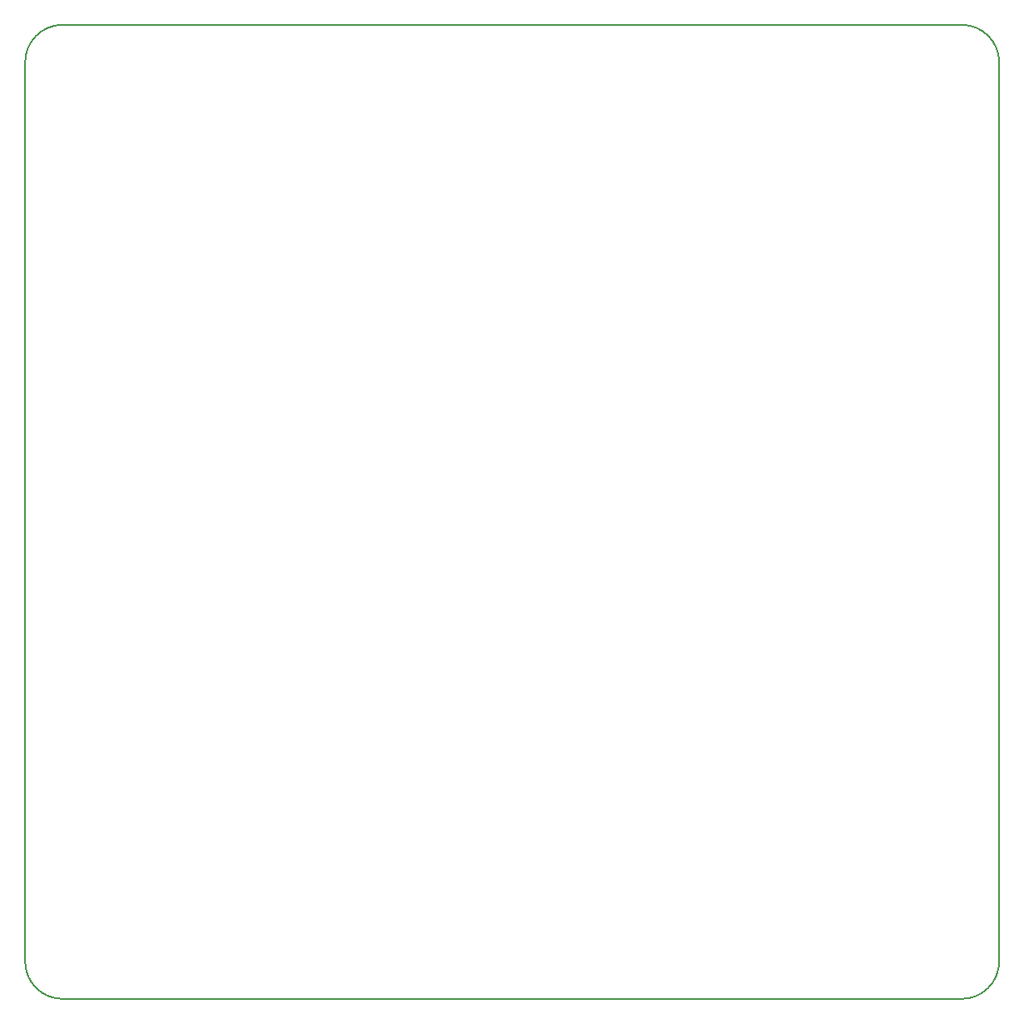
<source format=gko>
G04 #@! TF.GenerationSoftware,KiCad,Pcbnew,5.0.2-bee76a0~70~ubuntu16.04.1*
G04 #@! TF.CreationDate,2019-04-13T11:09:43+01:00*
G04 #@! TF.ProjectId,BusAdapter,42757341-6461-4707-9465-722e6b696361,rev?*
G04 #@! TF.SameCoordinates,PX3021c70PY8dff518*
G04 #@! TF.FileFunction,Profile,NP*
%FSLAX46Y46*%
G04 Gerber Fmt 4.6, Leading zero omitted, Abs format (unit mm)*
G04 Created by KiCad (PCBNEW 5.0.2-bee76a0~70~ubuntu16.04.1) date Sat 13 Apr 2019 11:09:43 BST*
%MOMM*%
%LPD*%
G01*
G04 APERTURE LIST*
%ADD10C,0.150000*%
G04 APERTURE END LIST*
D10*
X0Y3810000D02*
X0Y95250000D01*
X95250000Y0D02*
X3810000Y0D01*
X99060000Y95250000D02*
X99060000Y3810000D01*
X3810000Y99060000D02*
X95250000Y99060000D01*
X3810000Y0D02*
G75*
G02X0Y3810000I0J3810000D01*
G01*
X99060000Y3810000D02*
G75*
G02X95250000Y0I-3810000J0D01*
G01*
X95250000Y99060000D02*
G75*
G02X99060000Y95250000I0J-3810000D01*
G01*
X0Y95250000D02*
G75*
G02X3810000Y99060000I3810000J0D01*
G01*
M02*

</source>
